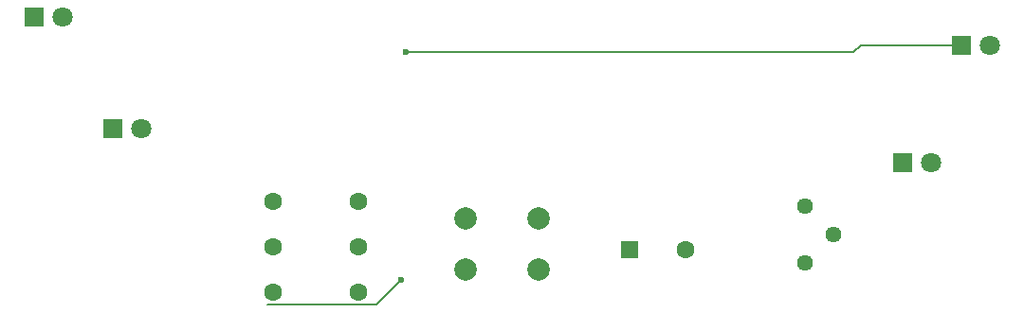
<source format=gbl>
G04 #@! TF.GenerationSoftware,KiCad,Pcbnew,9.0.2*
G04 #@! TF.CreationDate,2025-06-29T23:08:07-05:00*
G04 #@! TF.ProjectId,project-solder,70726f6a-6563-4742-9d73-6f6c6465722e,rev?*
G04 #@! TF.SameCoordinates,Original*
G04 #@! TF.FileFunction,Copper,L2,Bot*
G04 #@! TF.FilePolarity,Positive*
%FSLAX46Y46*%
G04 Gerber Fmt 4.6, Leading zero omitted, Abs format (unit mm)*
G04 Created by KiCad (PCBNEW 9.0.2) date 2025-06-29 23:08:07*
%MOMM*%
%LPD*%
G01*
G04 APERTURE LIST*
G04 Aperture macros list*
%AMRoundRect*
0 Rectangle with rounded corners*
0 $1 Rounding radius*
0 $2 $3 $4 $5 $6 $7 $8 $9 X,Y pos of 4 corners*
0 Add a 4 corners polygon primitive as box body*
4,1,4,$2,$3,$4,$5,$6,$7,$8,$9,$2,$3,0*
0 Add four circle primitives for the rounded corners*
1,1,$1+$1,$2,$3*
1,1,$1+$1,$4,$5*
1,1,$1+$1,$6,$7*
1,1,$1+$1,$8,$9*
0 Add four rect primitives between the rounded corners*
20,1,$1+$1,$2,$3,$4,$5,0*
20,1,$1+$1,$4,$5,$6,$7,0*
20,1,$1+$1,$6,$7,$8,$9,0*
20,1,$1+$1,$8,$9,$2,$3,0*%
G04 Aperture macros list end*
G04 #@! TA.AperFunction,ComponentPad*
%ADD10C,1.440000*%
G04 #@! TD*
G04 #@! TA.AperFunction,ComponentPad*
%ADD11R,1.800000X1.800000*%
G04 #@! TD*
G04 #@! TA.AperFunction,ComponentPad*
%ADD12C,1.800000*%
G04 #@! TD*
G04 #@! TA.AperFunction,ComponentPad*
%ADD13RoundRect,0.250000X-0.550000X-0.550000X0.550000X-0.550000X0.550000X0.550000X-0.550000X0.550000X0*%
G04 #@! TD*
G04 #@! TA.AperFunction,ComponentPad*
%ADD14C,1.600000*%
G04 #@! TD*
G04 #@! TA.AperFunction,ComponentPad*
%ADD15C,2.000000*%
G04 #@! TD*
G04 #@! TA.AperFunction,ViaPad*
%ADD16C,0.600000*%
G04 #@! TD*
G04 #@! TA.AperFunction,Conductor*
%ADD17C,0.200000*%
G04 #@! TD*
G04 APERTURE END LIST*
D10*
G04 #@! TO.P,RV2,1,1*
G04 #@! TO.N,Net-(BT1--)*
X217500000Y-102000000D03*
G04 #@! TO.P,RV2,2,2*
G04 #@! TO.N,Net-(D4-K)*
X220040000Y-99460000D03*
G04 #@! TO.P,RV2,3,3*
G04 #@! TO.N,unconnected-(RV2-Pad3)*
X217500000Y-96920000D03*
G04 #@! TD*
D11*
G04 #@! TO.P,D1,1,K*
G04 #@! TO.N,Net-(D1-K)*
X148725000Y-80000000D03*
D12*
G04 #@! TO.P,D1,2,A*
G04 #@! TO.N,Net-(D1-A)*
X151265000Y-80000000D03*
G04 #@! TD*
D13*
G04 #@! TO.P,C1,1*
G04 #@! TO.N,Net-(D1-A)*
X201894698Y-100791925D03*
D14*
G04 #@! TO.P,C1,2*
G04 #@! TO.N,Net-(BT1--)*
X206894698Y-100791925D03*
G04 #@! TD*
D15*
G04 #@! TO.P,SW1,1,1*
G04 #@! TO.N,Net-(BT1-+)*
X187250000Y-98041925D03*
X193750000Y-98041925D03*
G04 #@! TO.P,SW1,2,2*
G04 #@! TO.N,Net-(D1-A)*
X187250000Y-102541925D03*
X193750000Y-102541925D03*
G04 #@! TD*
D14*
G04 #@! TO.P,R2,1*
G04 #@! TO.N,Net-(D2-K)*
X170000000Y-100550000D03*
G04 #@! TO.P,R2,2*
G04 #@! TO.N,Net-(BT1--)*
X177620000Y-100550000D03*
G04 #@! TD*
D11*
G04 #@! TO.P,D3,1,K*
G04 #@! TO.N,Net-(D3-K)*
X231460000Y-82500000D03*
D12*
G04 #@! TO.P,D3,2,A*
G04 #@! TO.N,Net-(D1-A)*
X234000000Y-82500000D03*
G04 #@! TD*
D11*
G04 #@! TO.P,D2,1,K*
G04 #@! TO.N,Net-(D2-K)*
X155725000Y-90000000D03*
D12*
G04 #@! TO.P,D2,2,A*
G04 #@! TO.N,Net-(D1-A)*
X158265000Y-90000000D03*
G04 #@! TD*
D14*
G04 #@! TO.P,R3,1*
G04 #@! TO.N,Net-(D3-K)*
X170000000Y-104600000D03*
G04 #@! TO.P,R3,2*
G04 #@! TO.N,Net-(BT1--)*
X177620000Y-104600000D03*
G04 #@! TD*
G04 #@! TO.P,R1,1*
G04 #@! TO.N,Net-(D1-K)*
X170000000Y-96500000D03*
G04 #@! TO.P,R1,2*
G04 #@! TO.N,Net-(BT1--)*
X177620000Y-96500000D03*
G04 #@! TD*
D11*
G04 #@! TO.P,D4,1,K*
G04 #@! TO.N,Net-(D4-K)*
X226225000Y-93000000D03*
D12*
G04 #@! TO.P,D4,2,A*
G04 #@! TO.N,Net-(BT1-+)*
X228765000Y-93000000D03*
G04 #@! TD*
D16*
G04 #@! TO.N,Net-(BT1-+)*
X181459265Y-103540735D03*
G04 #@! TO.N,Net-(D3-K)*
X181862986Y-83117441D03*
G04 #@! TD*
D17*
G04 #@! TO.N,Net-(BT1-+)*
X181459265Y-103540735D02*
X179299000Y-105701000D01*
X179299000Y-105701000D02*
X169543950Y-105701000D01*
G04 #@! TO.N,Net-(D3-K)*
X221882559Y-83117441D02*
X222500000Y-82500000D01*
X222500000Y-82500000D02*
X231460000Y-82500000D01*
X181862986Y-83117441D02*
X221882559Y-83117441D01*
G04 #@! TD*
M02*

</source>
